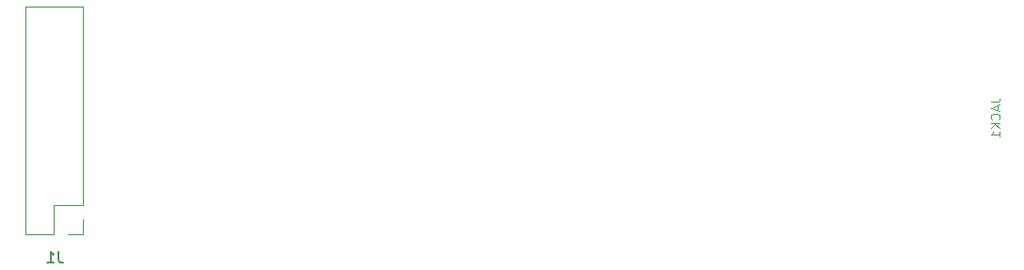
<source format=gbr>
%TF.GenerationSoftware,KiCad,Pcbnew,8.0.7*%
%TF.CreationDate,2025-01-11T10:05:48+01:00*%
%TF.ProjectId,ESP32_Audio_Spectrum_SSD1322,45535033-325f-4417-9564-696f5f537065,rev?*%
%TF.SameCoordinates,Original*%
%TF.FileFunction,Legend,Bot*%
%TF.FilePolarity,Positive*%
%FSLAX46Y46*%
G04 Gerber Fmt 4.6, Leading zero omitted, Abs format (unit mm)*
G04 Created by KiCad (PCBNEW 8.0.7) date 2025-01-11 10:05:48*
%MOMM*%
%LPD*%
G01*
G04 APERTURE LIST*
%ADD10C,0.076200*%
%ADD11C,0.150000*%
%ADD12C,0.120000*%
G04 APERTURE END LIST*
D10*
X190454253Y-96527924D02*
X191034825Y-96527924D01*
X191034825Y-96527924D02*
X191150939Y-96489219D01*
X191150939Y-96489219D02*
X191228349Y-96411810D01*
X191228349Y-96411810D02*
X191267053Y-96295695D01*
X191267053Y-96295695D02*
X191267053Y-96218286D01*
X191034825Y-96876267D02*
X191034825Y-97263314D01*
X191267053Y-96798857D02*
X190454253Y-97069790D01*
X190454253Y-97069790D02*
X191267053Y-97340724D01*
X191189644Y-98076114D02*
X191228349Y-98037410D01*
X191228349Y-98037410D02*
X191267053Y-97921295D01*
X191267053Y-97921295D02*
X191267053Y-97843886D01*
X191267053Y-97843886D02*
X191228349Y-97727772D01*
X191228349Y-97727772D02*
X191150939Y-97650362D01*
X191150939Y-97650362D02*
X191073529Y-97611657D01*
X191073529Y-97611657D02*
X190918710Y-97572953D01*
X190918710Y-97572953D02*
X190802596Y-97572953D01*
X190802596Y-97572953D02*
X190647777Y-97611657D01*
X190647777Y-97611657D02*
X190570368Y-97650362D01*
X190570368Y-97650362D02*
X190492958Y-97727772D01*
X190492958Y-97727772D02*
X190454253Y-97843886D01*
X190454253Y-97843886D02*
X190454253Y-97921295D01*
X190454253Y-97921295D02*
X190492958Y-98037410D01*
X190492958Y-98037410D02*
X190531663Y-98076114D01*
X191267053Y-98424457D02*
X190454253Y-98424457D01*
X191267053Y-98888914D02*
X190802596Y-98540572D01*
X190454253Y-98888914D02*
X190918710Y-98424457D01*
X191267053Y-99663010D02*
X191267053Y-99198553D01*
X191267053Y-99430781D02*
X190454253Y-99430781D01*
X190454253Y-99430781D02*
X190570368Y-99353372D01*
X190570368Y-99353372D02*
X190647777Y-99275962D01*
X190647777Y-99275962D02*
X190686482Y-99198553D01*
D11*
X106668333Y-110004819D02*
X106668333Y-110719104D01*
X106668333Y-110719104D02*
X106715952Y-110861961D01*
X106715952Y-110861961D02*
X106811190Y-110957200D01*
X106811190Y-110957200D02*
X106954047Y-111004819D01*
X106954047Y-111004819D02*
X107049285Y-111004819D01*
X105668333Y-111004819D02*
X106239761Y-111004819D01*
X105954047Y-111004819D02*
X105954047Y-110004819D01*
X105954047Y-110004819D02*
X106049285Y-110147676D01*
X106049285Y-110147676D02*
X106144523Y-110242914D01*
X106144523Y-110242914D02*
X106239761Y-110290533D01*
D12*
%TO.C,J1*%
X103665000Y-87970000D02*
X103665000Y-108410000D01*
X106265000Y-105810000D02*
X106265000Y-108410000D01*
X106265000Y-108410000D02*
X103665000Y-108410000D01*
X108865000Y-87970000D02*
X103665000Y-87970000D01*
X108865000Y-87970000D02*
X108865000Y-105810000D01*
X108865000Y-105810000D02*
X106265000Y-105810000D01*
X108865000Y-107080000D02*
X108865000Y-108410000D01*
X108865000Y-108410000D02*
X107535000Y-108410000D01*
%TD*%
M02*

</source>
